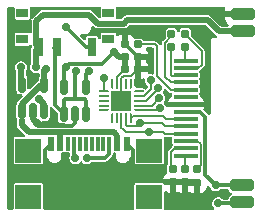
<source format=gbr>
%TF.GenerationSoftware,KiCad,Pcbnew,(6.0.9)*%
%TF.CreationDate,2023-01-31T14:44:07+01:00*%
%TF.ProjectId,keyring_beerclock,6b657972-696e-4675-9f62-656572636c6f,rev?*%
%TF.SameCoordinates,Original*%
%TF.FileFunction,Copper,L1,Top*%
%TF.FilePolarity,Positive*%
%FSLAX46Y46*%
G04 Gerber Fmt 4.6, Leading zero omitted, Abs format (unit mm)*
G04 Created by KiCad (PCBNEW (6.0.9)) date 2023-01-31 14:44:07*
%MOMM*%
%LPD*%
G01*
G04 APERTURE LIST*
G04 Aperture macros list*
%AMRoundRect*
0 Rectangle with rounded corners*
0 $1 Rounding radius*
0 $2 $3 $4 $5 $6 $7 $8 $9 X,Y pos of 4 corners*
0 Add a 4 corners polygon primitive as box body*
4,1,4,$2,$3,$4,$5,$6,$7,$8,$9,$2,$3,0*
0 Add four circle primitives for the rounded corners*
1,1,$1+$1,$2,$3*
1,1,$1+$1,$4,$5*
1,1,$1+$1,$6,$7*
1,1,$1+$1,$8,$9*
0 Add four rect primitives between the rounded corners*
20,1,$1+$1,$2,$3,$4,$5,0*
20,1,$1+$1,$4,$5,$6,$7,0*
20,1,$1+$1,$6,$7,$8,$9,0*
20,1,$1+$1,$8,$9,$2,$3,0*%
%AMFreePoly0*
4,1,14,0.085355,0.385355,0.100000,0.350000,0.100000,-0.350000,0.085355,-0.385355,0.050000,-0.400000,0.000711,-0.400000,-0.034644,-0.385355,-0.085355,-0.334644,-0.100000,-0.299289,-0.100000,0.350000,-0.085355,0.385355,-0.050000,0.400000,0.050000,0.400000,0.085355,0.385355,0.085355,0.385355,$1*%
%AMFreePoly1*
4,1,14,0.085355,0.385355,0.100000,0.350000,0.100000,-0.299289,0.085355,-0.334644,0.034644,-0.385355,-0.000711,-0.400000,-0.050000,-0.400000,-0.085355,-0.385355,-0.100000,-0.350000,-0.100000,0.350000,-0.085355,0.385355,-0.050000,0.400000,0.050000,0.400000,0.085355,0.385355,0.085355,0.385355,$1*%
%AMFreePoly2*
4,1,14,0.385355,0.085355,0.400000,0.050000,0.400000,-0.050000,0.385355,-0.085355,0.350000,-0.100000,-0.350000,-0.100000,-0.385355,-0.085355,-0.400000,-0.050000,-0.400000,-0.000711,-0.385355,0.034644,-0.334644,0.085355,-0.299289,0.100000,0.350000,0.100000,0.385355,0.085355,0.385355,0.085355,$1*%
%AMFreePoly3*
4,1,14,0.385355,0.085355,0.400000,0.050000,0.400000,-0.050000,0.385355,-0.085355,0.350000,-0.100000,-0.299289,-0.100000,-0.334644,-0.085355,-0.385355,-0.034644,-0.400000,0.000711,-0.400000,0.050000,-0.385355,0.085355,-0.350000,0.100000,0.350000,0.100000,0.385355,0.085355,0.385355,0.085355,$1*%
%AMFreePoly4*
4,1,14,0.034644,0.385355,0.085355,0.334644,0.100000,0.299289,0.100000,-0.350000,0.085355,-0.385355,0.050000,-0.400000,-0.050000,-0.400000,-0.085355,-0.385355,-0.100000,-0.350000,-0.100000,0.350000,-0.085355,0.385355,-0.050000,0.400000,-0.000711,0.400000,0.034644,0.385355,0.034644,0.385355,$1*%
%AMFreePoly5*
4,1,14,0.085355,0.385355,0.100000,0.350000,0.100000,-0.350000,0.085355,-0.385355,0.050000,-0.400000,-0.050000,-0.400000,-0.085355,-0.385355,-0.100000,-0.350000,-0.100000,0.299289,-0.085355,0.334644,-0.034644,0.385355,0.000711,0.400000,0.050000,0.400000,0.085355,0.385355,0.085355,0.385355,$1*%
%AMFreePoly6*
4,1,14,0.385355,0.085355,0.400000,0.050000,0.400000,0.000711,0.385355,-0.034644,0.334644,-0.085355,0.299289,-0.100000,-0.350000,-0.100000,-0.385355,-0.085355,-0.400000,-0.050000,-0.400000,0.050000,-0.385355,0.085355,-0.350000,0.100000,0.350000,0.100000,0.385355,0.085355,0.385355,0.085355,$1*%
%AMFreePoly7*
4,1,14,0.334644,0.085355,0.385355,0.034644,0.400000,-0.000711,0.400000,-0.050000,0.385355,-0.085355,0.350000,-0.100000,-0.350000,-0.100000,-0.385355,-0.085355,-0.400000,-0.050000,-0.400000,0.050000,-0.385355,0.085355,-0.350000,0.100000,0.299289,0.100000,0.334644,0.085355,0.334644,0.085355,$1*%
G04 Aperture macros list end*
%TA.AperFunction,SMDPad,CuDef*%
%ADD10R,0.700000X1.500000*%
%TD*%
%TA.AperFunction,SMDPad,CuDef*%
%ADD11R,1.000000X0.800000*%
%TD*%
%TA.AperFunction,SMDPad,CuDef*%
%ADD12R,1.700000X1.700000*%
%TD*%
%TA.AperFunction,SMDPad,CuDef*%
%ADD13FreePoly0,270.000000*%
%TD*%
%TA.AperFunction,SMDPad,CuDef*%
%ADD14RoundRect,0.050000X-0.350000X0.050000X-0.350000X-0.050000X0.350000X-0.050000X0.350000X0.050000X0*%
%TD*%
%TA.AperFunction,SMDPad,CuDef*%
%ADD15FreePoly1,270.000000*%
%TD*%
%TA.AperFunction,SMDPad,CuDef*%
%ADD16FreePoly2,270.000000*%
%TD*%
%TA.AperFunction,SMDPad,CuDef*%
%ADD17RoundRect,0.050000X-0.050000X0.350000X-0.050000X-0.350000X0.050000X-0.350000X0.050000X0.350000X0*%
%TD*%
%TA.AperFunction,SMDPad,CuDef*%
%ADD18FreePoly3,270.000000*%
%TD*%
%TA.AperFunction,SMDPad,CuDef*%
%ADD19FreePoly4,270.000000*%
%TD*%
%TA.AperFunction,SMDPad,CuDef*%
%ADD20FreePoly5,270.000000*%
%TD*%
%TA.AperFunction,SMDPad,CuDef*%
%ADD21FreePoly6,270.000000*%
%TD*%
%TA.AperFunction,SMDPad,CuDef*%
%ADD22FreePoly7,270.000000*%
%TD*%
%TA.AperFunction,SMDPad,CuDef*%
%ADD23RoundRect,0.150000X0.150000X-0.512500X0.150000X0.512500X-0.150000X0.512500X-0.150000X-0.512500X0*%
%TD*%
%TA.AperFunction,SMDPad,CuDef*%
%ADD24R,2.000000X0.350000*%
%TD*%
%TA.AperFunction,SMDPad,CuDef*%
%ADD25RoundRect,0.160000X-0.160000X0.197500X-0.160000X-0.197500X0.160000X-0.197500X0.160000X0.197500X0*%
%TD*%
%TA.AperFunction,SMDPad,CuDef*%
%ADD26R,2.180000X2.000000*%
%TD*%
%TA.AperFunction,SMDPad,CuDef*%
%ADD27R,0.300000X1.150000*%
%TD*%
%TA.AperFunction,SMDPad,CuDef*%
%ADD28R,0.600000X1.150000*%
%TD*%
%TA.AperFunction,SMDPad,CuDef*%
%ADD29RoundRect,0.250000X-0.750000X0.250000X-0.750000X-0.250000X0.750000X-0.250000X0.750000X0.250000X0*%
%TD*%
%TA.AperFunction,SMDPad,CuDef*%
%ADD30RoundRect,0.250000X0.750000X-0.250000X0.750000X0.250000X-0.750000X0.250000X-0.750000X-0.250000X0*%
%TD*%
%TA.AperFunction,SMDPad,CuDef*%
%ADD31RoundRect,0.155000X-0.212500X-0.155000X0.212500X-0.155000X0.212500X0.155000X-0.212500X0.155000X0*%
%TD*%
%TA.AperFunction,SMDPad,CuDef*%
%ADD32RoundRect,0.155000X0.212500X0.155000X-0.212500X0.155000X-0.212500X-0.155000X0.212500X-0.155000X0*%
%TD*%
%TA.AperFunction,SMDPad,CuDef*%
%ADD33RoundRect,0.155000X-0.155000X0.212500X-0.155000X-0.212500X0.155000X-0.212500X0.155000X0.212500X0*%
%TD*%
%TA.AperFunction,SMDPad,CuDef*%
%ADD34RoundRect,0.155000X0.155000X-0.212500X0.155000X0.212500X-0.155000X0.212500X-0.155000X-0.212500X0*%
%TD*%
%TA.AperFunction,ViaPad*%
%ADD35C,0.700000*%
%TD*%
%TA.AperFunction,Conductor*%
%ADD36C,0.300000*%
%TD*%
%TA.AperFunction,Conductor*%
%ADD37C,0.200000*%
%TD*%
%TA.AperFunction,Conductor*%
%ADD38C,0.500000*%
%TD*%
G04 APERTURE END LIST*
D10*
%TO.P,SW1,3,C*%
%TO.N,/BAT+*%
X142310000Y-106070000D03*
%TO.P,SW1,2,B*%
%TO.N,/PWR_IN*%
X143810000Y-106070000D03*
%TO.P,SW1,1,A*%
%TO.N,VCC*%
X146810000Y-106070000D03*
D11*
%TO.P,SW1,*%
%TO.N,*%
X148210000Y-105420000D03*
X140910000Y-103210000D03*
X148210000Y-103210000D03*
X140910000Y-105420000D03*
%TD*%
D12*
%TO.P,U4,21,GND*%
%TO.N,GND*%
X149308476Y-110640000D03*
D13*
%TO.P,U4,20,PA1*%
%TO.N,unconnected-(U4-Pad20)*%
X150758476Y-109840000D03*
D14*
%TO.P,U4,19,~{RESET}/PA0*%
%TO.N,UDPI*%
X150758476Y-110240000D03*
%TO.P,U4,18,PC3*%
%TO.N,BTN_LEFT*%
X150758476Y-110640000D03*
%TO.P,U4,17,PC2*%
%TO.N,BTN_MID*%
X150758476Y-111040000D03*
D15*
%TO.P,U4,16,PC1*%
%TO.N,BTN_RIGHT*%
X150758476Y-111440000D03*
D16*
%TO.P,U4,15,PC0*%
%TO.N,~{RES}*%
X150108476Y-112090000D03*
D17*
%TO.P,U4,14,PB0*%
%TO.N,SCL*%
X149708476Y-112090000D03*
%TO.P,U4,13,PB1*%
%TO.N,SDA*%
X149308476Y-112090000D03*
%TO.P,U4,12,PB2*%
%TO.N,unconnected-(U4-Pad12)*%
X148908476Y-112090000D03*
D18*
%TO.P,U4,11,PB3*%
%TO.N,unconnected-(U4-Pad11)*%
X148508476Y-112090000D03*
D19*
%TO.P,U4,10,PB4*%
%TO.N,unconnected-(U4-Pad10)*%
X147858476Y-111440000D03*
D14*
%TO.P,U4,9,PB5*%
%TO.N,unconnected-(U4-Pad9)*%
X147858476Y-111040000D03*
%TO.P,U4,8,PA7*%
%TO.N,unconnected-(U4-Pad8)*%
X147858476Y-110640000D03*
%TO.P,U4,7,PA6*%
%TO.N,unconnected-(U4-Pad7)*%
X147858476Y-110240000D03*
D20*
%TO.P,U4,6,PA5*%
%TO.N,SENSE*%
X147858476Y-109840000D03*
D21*
%TO.P,U4,5,PA4*%
%TO.N,unconnected-(U4-Pad5)*%
X148508476Y-109190000D03*
D17*
%TO.P,U4,4,VCC*%
%TO.N,+3V3*%
X148908476Y-109190000D03*
%TO.P,U4,3,GND*%
%TO.N,GND*%
X149308476Y-109190000D03*
%TO.P,U4,2,PA3*%
%TO.N,unconnected-(U4-Pad2)*%
X149708476Y-109190000D03*
D22*
%TO.P,U4,1,PA2*%
%TO.N,unconnected-(U4-Pad1)*%
X150108476Y-109190000D03*
%TD*%
D23*
%TO.P,U3,1,VIN*%
%TO.N,/PWR_IN*%
X144410000Y-111727500D03*
%TO.P,U3,2,GND*%
%TO.N,GND*%
X145360000Y-111727500D03*
%TO.P,U3,3,~{SHDN}*%
%TO.N,/PWR_IN*%
X146310000Y-111727500D03*
%TO.P,U3,4,Bypass*%
%TO.N,/bypass*%
X146310000Y-109452500D03*
%TO.P,U3,5,VOUT*%
%TO.N,+3V3*%
X144410000Y-109452500D03*
%TD*%
%TO.P,U2,1,CEN*%
%TO.N,/VBUS*%
X140870000Y-111527500D03*
%TO.P,U2,2,VSS*%
%TO.N,GND*%
X141820000Y-111527500D03*
%TO.P,U2,3,VBAT*%
%TO.N,/BAT+*%
X142770000Y-111527500D03*
%TO.P,U2,4,VDD*%
%TO.N,/VBUS*%
X142770000Y-109252500D03*
%TO.P,U2,5,PROG*%
%TO.N,/CRG_PROG*%
X140870000Y-109252500D03*
%TD*%
D24*
%TO.P,U1,1,C2P*%
%TO.N,/C2P*%
X154770000Y-107220000D03*
%TO.P,U1,2,C2N*%
%TO.N,/C2N*%
X154770000Y-107840000D03*
%TO.P,U1,3,C1P*%
%TO.N,/C1P*%
X154770000Y-108460000D03*
%TO.P,U1,4,C1N*%
%TO.N,/C1N*%
X154770000Y-109080000D03*
%TO.P,U1,5,VBAT*%
%TO.N,/VBAT*%
X154770000Y-109700000D03*
%TO.P,U1,6,NC*%
%TO.N,unconnected-(U1-Pad6)*%
X154770000Y-110320000D03*
%TO.P,U1,7,VSS*%
%TO.N,GND*%
X154770000Y-110940000D03*
%TO.P,U1,8,VDD*%
%TO.N,+3V3*%
X154770000Y-111560000D03*
%TO.P,U1,9,~{RES}*%
%TO.N,~{RES}*%
X154770000Y-112180000D03*
%TO.P,U1,10,SCL*%
%TO.N,SCL*%
X154770000Y-112800000D03*
%TO.P,U1,11,SDA*%
%TO.N,SDA*%
X154770000Y-113420000D03*
%TO.P,U1,12,IREF*%
%TO.N,/IREF*%
X154770000Y-114040000D03*
%TO.P,U1,13,VCOMM*%
%TO.N,/VCOMM*%
X154770000Y-114660000D03*
%TO.P,U1,14,VCC*%
%TO.N,/VCC_CAP*%
X154770000Y-115280000D03*
%TD*%
D25*
%TO.P,R2,1*%
%TO.N,/IREF*%
X155720000Y-116402500D03*
%TO.P,R2,2*%
%TO.N,GND*%
X155720000Y-117597500D03*
%TD*%
D26*
%TO.P,J8,S1,SHIELD*%
%TO.N,unconnected-(J8-PadS1)*%
X151645000Y-114850000D03*
X141425000Y-118750000D03*
X151645000Y-118750000D03*
X141425000Y-114850000D03*
D27*
%TO.P,J8,B8,SBU2*%
%TO.N,unconnected-(J8-PadB8)*%
X144785000Y-114280000D03*
%TO.P,J8,B7,D-*%
%TO.N,unconnected-(J8-PadB7)*%
X145785000Y-114280000D03*
%TO.P,J8,B6,D+*%
%TO.N,unconnected-(J8-PadB6)*%
X147285000Y-114280000D03*
%TO.P,J8,B5,CC2*%
%TO.N,/CC2*%
X148285000Y-114280000D03*
%TO.P,J8,A8,SBU1*%
%TO.N,unconnected-(J8-PadA8)*%
X147785000Y-114280000D03*
%TO.P,J8,A7,D-*%
%TO.N,unconnected-(J8-PadA7)*%
X146785000Y-114280000D03*
%TO.P,J8,A6,D+*%
%TO.N,unconnected-(J8-PadA6)*%
X146285000Y-114280000D03*
%TO.P,J8,A5,CC1*%
%TO.N,/CC1*%
X145285000Y-114280000D03*
D28*
%TO.P,J8,A4,VBUS*%
%TO.N,/VBUS*%
X144135000Y-114280000D03*
X148935000Y-114280000D03*
%TO.P,J8,A1,GND*%
%TO.N,GND*%
X149735000Y-114280000D03*
X143335000Y-114280000D03*
%TD*%
D29*
%TO.P,J7,1,Pin_1*%
%TO.N,/-Piezo*%
X159515000Y-119235000D03*
%TD*%
%TO.P,J6,1,Pin_1*%
%TO.N,+3V3*%
X159515000Y-117795000D03*
%TD*%
D30*
%TO.P,J2,1,Pin_1*%
%TO.N,GND*%
X159575000Y-103295000D03*
%TD*%
%TO.P,J1,1,Pin_1*%
%TO.N,/BAT+*%
X159565000Y-104755000D03*
%TD*%
D31*
%TO.P,C12,2*%
%TO.N,GND*%
X150717500Y-107950000D03*
%TO.P,C12,1*%
%TO.N,+3V3*%
X149582500Y-107950000D03*
%TD*%
%TO.P,C11,2*%
%TO.N,GND*%
X150707500Y-106950000D03*
%TO.P,C11,1*%
%TO.N,+3V3*%
X149572500Y-106950000D03*
%TD*%
D32*
%TO.P,C9,1*%
%TO.N,/VBAT*%
X150717500Y-105860000D03*
%TO.P,C9,2*%
%TO.N,GND*%
X149582500Y-105860000D03*
%TD*%
D33*
%TO.P,C6,1*%
%TO.N,/VCC_CAP*%
X154670000Y-116412500D03*
%TO.P,C6,2*%
%TO.N,GND*%
X154670000Y-117547500D03*
%TD*%
%TO.P,C5,1*%
%TO.N,/VCOMM*%
X153650000Y-116412500D03*
%TO.P,C5,2*%
%TO.N,GND*%
X153650000Y-117547500D03*
%TD*%
D34*
%TO.P,C2,1*%
%TO.N,/C1P*%
X153540000Y-106117500D03*
%TO.P,C2,2*%
%TO.N,/C1N*%
X153540000Y-104982500D03*
%TD*%
%TO.P,C1,1*%
%TO.N,/C2P*%
X154700000Y-106117500D03*
%TO.P,C1,2*%
%TO.N,/C2N*%
X154700000Y-104982500D03*
%TD*%
D35*
%TO.N,GND*%
X156500000Y-109700000D03*
X151700000Y-107300000D03*
X153500000Y-103000000D03*
X152400000Y-103000000D03*
X151300000Y-103000000D03*
%TO.N,/BAT+*%
X142058148Y-107786248D03*
%TO.N,/VBUS*%
X142900000Y-107900000D03*
%TO.N,/BAT+*%
X142350499Y-110488624D03*
%TO.N,/CRG_PROG*%
X140800000Y-107800000D03*
%TO.N,GND*%
X142182062Y-112519647D03*
X150300000Y-116900000D03*
X140700000Y-117000000D03*
X145000000Y-119300000D03*
%TO.N,+3V3*%
X148690249Y-106509751D03*
X144599500Y-107799750D03*
X157282868Y-117795000D03*
%TO.N,VCC*%
X144600000Y-104400000D03*
%TO.N,/bypass*%
X146564798Y-108149000D03*
%TO.N,/PWR_IN*%
X145500000Y-108149000D03*
%TO.N,/-Piezo*%
X157500000Y-119300000D03*
%TO.N,/CC2*%
X146390734Y-115490734D03*
%TO.N,/CC1*%
X145400000Y-115500000D03*
%TO.N,SENSE*%
X147800000Y-108700000D03*
%TO.N,BTN_RIGHT*%
X152605368Y-111242943D03*
%TO.N,BTN_MID*%
X152500000Y-110400000D03*
%TO.N,BTN_LEFT*%
X152399500Y-109556463D03*
%TO.N,UDPI*%
X151800000Y-108900000D03*
%TO.N,SCL*%
X150900000Y-112500000D03*
%TO.N,SDA*%
X151600000Y-113250498D03*
%TD*%
D36*
%TO.N,/PWR_IN*%
X144410000Y-111727500D02*
X144410000Y-110590000D01*
X143700000Y-111017500D02*
X144410000Y-111727500D01*
D37*
%TO.N,GND*%
X149308476Y-110640000D02*
X149308476Y-109190000D01*
D36*
%TO.N,/PWR_IN*%
X145400000Y-108249000D02*
X145500000Y-108149000D01*
X145400000Y-110500000D02*
X145400000Y-108249000D01*
X143700000Y-106180000D02*
X143810000Y-106070000D01*
X143700000Y-111017500D02*
X143700000Y-106180000D01*
%TO.N,GND*%
X143335000Y-114280000D02*
X142815000Y-114800000D01*
%TO.N,/PWR_IN*%
X145400000Y-110500000D02*
X144500000Y-110500000D01*
X146200000Y-110500000D02*
X145400000Y-110500000D01*
D38*
%TO.N,+3V3*%
X149130498Y-106950000D02*
X149572500Y-106950000D01*
X148690249Y-106509751D02*
X149130498Y-106950000D01*
D36*
X148690249Y-106509751D02*
X147700500Y-107499500D01*
X147700500Y-107499500D02*
X144899750Y-107499500D01*
X144899750Y-107499500D02*
X144599500Y-107799750D01*
D38*
%TO.N,/BAT+*%
X142058148Y-106321852D02*
X142310000Y-106070000D01*
X142058148Y-107786248D02*
X142058148Y-106321852D01*
D36*
%TO.N,/bypass*%
X146310000Y-108403798D02*
X146564798Y-108149000D01*
X146310000Y-109452500D02*
X146310000Y-108403798D01*
%TO.N,GND*%
X142417415Y-112755000D02*
X142182062Y-112519647D01*
X145145000Y-112755000D02*
X142417415Y-112755000D01*
X145360000Y-112540000D02*
X145145000Y-112755000D01*
X145360000Y-111727500D02*
X145360000Y-112540000D01*
%TO.N,/PWR_IN*%
X144500000Y-110500000D02*
X144410000Y-110590000D01*
X146310000Y-110610000D02*
X146200000Y-110500000D01*
X146310000Y-111727500D02*
X146310000Y-110610000D01*
D38*
X143810000Y-106070000D02*
X143710000Y-106170000D01*
D36*
%TO.N,+3V3*%
X144410000Y-107989250D02*
X144410000Y-109952500D01*
X144599500Y-107799750D02*
X144410000Y-107989250D01*
D38*
%TO.N,/VBUS*%
X142770000Y-108030000D02*
X142900000Y-107900000D01*
X142770000Y-109252500D02*
X142770000Y-108030000D01*
%TO.N,/BAT+*%
X142770000Y-110908125D02*
X142350499Y-110488624D01*
X142770000Y-111527500D02*
X142770000Y-110908125D01*
%TO.N,/VBUS*%
X142489238Y-109252500D02*
X142770000Y-109252500D01*
X140870000Y-110871738D02*
X142489238Y-109252500D01*
X140870000Y-111527500D02*
X140870000Y-110871738D01*
%TO.N,/CRG_PROG*%
X140800000Y-107800000D02*
X140800000Y-109182500D01*
X140800000Y-109182500D02*
X140870000Y-109252500D01*
%TO.N,GND*%
X141820000Y-112157585D02*
X142182062Y-112519647D01*
X141820000Y-111527500D02*
X141820000Y-112157585D01*
D36*
X150255000Y-114800000D02*
X150255000Y-115800000D01*
X149735000Y-114280000D02*
X150255000Y-114800000D01*
X142815000Y-114800000D02*
X142815000Y-115700000D01*
D38*
%TO.N,/VBUS*%
X144235000Y-113305000D02*
X148640000Y-113305000D01*
D36*
%TO.N,/CC1*%
X145285000Y-115385000D02*
X145285000Y-114280000D01*
X145400000Y-115500000D02*
X145285000Y-115385000D01*
%TO.N,/CC2*%
X146400000Y-115500000D02*
X147890000Y-115500000D01*
X148285000Y-115105000D02*
X148285000Y-114280000D01*
X146390734Y-115490734D02*
X146400000Y-115500000D01*
X147890000Y-115500000D02*
X148285000Y-115105000D01*
D38*
%TO.N,GND*%
X154670000Y-117547500D02*
X153650000Y-117547500D01*
X154720000Y-117597500D02*
X154670000Y-117547500D01*
X155720000Y-117597500D02*
X154720000Y-117597500D01*
D36*
X149617500Y-105860000D02*
X150707500Y-106950000D01*
X149582500Y-105860000D02*
X149617500Y-105860000D01*
D37*
X150127500Y-108540000D02*
X150717500Y-107950000D01*
X149487474Y-108540000D02*
X150127500Y-108540000D01*
X149308476Y-109190000D02*
X149308476Y-108718998D01*
X149308476Y-108718998D02*
X149487474Y-108540000D01*
D38*
X150707500Y-107940000D02*
X150717500Y-107950000D01*
X150707500Y-106950000D02*
X150707500Y-107940000D01*
%TO.N,+3V3*%
X149572500Y-107940000D02*
X149582500Y-107950000D01*
X149572500Y-106950000D02*
X149572500Y-107940000D01*
D37*
X148908476Y-108624024D02*
X149582500Y-107950000D01*
X148908476Y-109190000D02*
X148908476Y-108624024D01*
D36*
X157282868Y-117795000D02*
X159515000Y-117795000D01*
%TO.N,/-Piezo*%
X159450000Y-119300000D02*
X159515000Y-119235000D01*
X157500000Y-119300000D02*
X159450000Y-119300000D01*
%TO.N,+3V3*%
X155960000Y-111560000D02*
X154770000Y-111560000D01*
X156420000Y-112020000D02*
X155960000Y-111560000D01*
X156420000Y-116932132D02*
X156420000Y-112020000D01*
X157282868Y-117795000D02*
X156420000Y-116932132D01*
%TO.N,VCC*%
X146270000Y-106070000D02*
X144600000Y-104400000D01*
X146810000Y-106070000D02*
X146270000Y-106070000D01*
D37*
%TO.N,SENSE*%
X147858476Y-108758476D02*
X147858476Y-109840000D01*
X147800000Y-108700000D02*
X147858476Y-108758476D01*
D38*
%TO.N,/BAT+*%
X157555000Y-104755000D02*
X159565000Y-104755000D01*
X156600000Y-103800000D02*
X157555000Y-104755000D01*
X149800000Y-103800000D02*
X156600000Y-103800000D01*
X149500000Y-104100000D02*
X149800000Y-103800000D01*
X147300000Y-104100000D02*
X149500000Y-104100000D01*
X146559999Y-103359999D02*
X147300000Y-104100000D01*
X142666496Y-103359999D02*
X146559999Y-103359999D01*
X142109999Y-103916496D02*
X142666496Y-103359999D01*
X142109999Y-105869999D02*
X142109999Y-103916496D01*
X142310000Y-106070000D02*
X142109999Y-105869999D01*
%TO.N,/VBUS*%
X140870000Y-112227500D02*
X140870000Y-112717817D01*
X140870000Y-112717817D02*
X141457183Y-113305000D01*
X141457183Y-113305000D02*
X144235000Y-113305000D01*
X148935000Y-113600000D02*
X148935000Y-114280000D01*
X144135000Y-113405000D02*
X144235000Y-113305000D01*
X144135000Y-114280000D02*
X144135000Y-113405000D01*
X148640000Y-113305000D02*
X148935000Y-113600000D01*
D37*
%TO.N,/C1N*%
X153480000Y-109080000D02*
X154770000Y-109080000D01*
X152980000Y-108580000D02*
X153480000Y-109080000D01*
X152980000Y-105737244D02*
X152980000Y-108580000D01*
X153540000Y-104982500D02*
X153540000Y-105177244D01*
X153540000Y-105177244D02*
X152980000Y-105737244D01*
%TO.N,/C1P*%
X154730000Y-108500000D02*
X154770000Y-108460000D01*
X153520000Y-108420000D02*
X153600000Y-108500000D01*
X153520000Y-106760000D02*
X153520000Y-108420000D01*
X153540000Y-106740000D02*
X153520000Y-106760000D01*
X153600000Y-108500000D02*
X154730000Y-108500000D01*
X153540000Y-106117500D02*
X153540000Y-106740000D01*
%TO.N,/C2N*%
X155825000Y-107840000D02*
X154770000Y-107840000D01*
X156100000Y-106400000D02*
X156100000Y-107565000D01*
X154700000Y-104982500D02*
X154700000Y-105000000D01*
X154700000Y-105000000D02*
X156100000Y-106400000D01*
X156100000Y-107565000D02*
X155825000Y-107840000D01*
%TO.N,/C2P*%
X154700000Y-106117500D02*
X154700000Y-107150000D01*
X154700000Y-107150000D02*
X154770000Y-107220000D01*
%TO.N,/VBAT*%
X153500000Y-109700000D02*
X154770000Y-109700000D01*
X152300000Y-108500000D02*
X153500000Y-109700000D01*
X152160000Y-105860000D02*
X152300000Y-106000000D01*
X150717500Y-105860000D02*
X152160000Y-105860000D01*
X152300000Y-106000000D02*
X152300000Y-108500000D01*
%TO.N,UDPI*%
X151182740Y-110240000D02*
X150758476Y-110240000D01*
X151800000Y-109622740D02*
X151182740Y-110240000D01*
X151800000Y-108900000D02*
X151800000Y-109622740D01*
%TO.N,BTN_LEFT*%
X152400000Y-109600000D02*
X151360000Y-110640000D01*
X152400000Y-109556963D02*
X152400000Y-109600000D01*
X152399500Y-109556463D02*
X152400000Y-109556963D01*
X151360000Y-110640000D02*
X150758476Y-110640000D01*
%TO.N,BTN_RIGHT*%
X152408311Y-111440000D02*
X152605368Y-111242943D01*
X150758476Y-111440000D02*
X152408311Y-111440000D01*
%TO.N,BTN_MID*%
X151860000Y-111040000D02*
X152500000Y-110400000D01*
X150758476Y-111040000D02*
X151860000Y-111040000D01*
%TO.N,/VCOMM*%
X153840000Y-114660000D02*
X154770000Y-114660000D01*
X153520000Y-114980000D02*
X153840000Y-114660000D01*
X153650000Y-116412500D02*
X153520000Y-116282500D01*
X153520000Y-116282500D02*
X153520000Y-114980000D01*
%TO.N,/VCC_CAP*%
X154670000Y-115380000D02*
X154770000Y-115280000D01*
X154670000Y-116412500D02*
X154670000Y-115380000D01*
%TO.N,/IREF*%
X155740000Y-114040000D02*
X154770000Y-114040000D01*
X156020000Y-114320000D02*
X155740000Y-114040000D01*
X156020000Y-116102500D02*
X156020000Y-114320000D01*
X155720000Y-116402500D02*
X156020000Y-116102500D01*
%TO.N,SCL*%
X149800000Y-112800000D02*
X149708476Y-112708476D01*
X149708476Y-112708476D02*
X149708476Y-112090000D01*
X150900000Y-112500000D02*
X150600000Y-112800000D01*
X150600000Y-112800000D02*
X149800000Y-112800000D01*
%TO.N,~{RES}*%
X153080000Y-112180000D02*
X154770000Y-112180000D01*
X152800000Y-111900000D02*
X153080000Y-112180000D01*
X150298476Y-111900000D02*
X152800000Y-111900000D01*
X150108476Y-112090000D02*
X150298476Y-111900000D01*
%TO.N,SCL*%
X153000000Y-112800000D02*
X154770000Y-112800000D01*
X152700000Y-112500000D02*
X153000000Y-112800000D01*
X150900000Y-112500000D02*
X152700000Y-112500000D01*
%TO.N,SDA*%
X152850498Y-113250498D02*
X153020000Y-113420000D01*
X151600000Y-113250498D02*
X152850498Y-113250498D01*
X153020000Y-113420000D02*
X154770000Y-113420000D01*
X149650498Y-113250498D02*
X151600000Y-113250498D01*
X149400000Y-113000000D02*
X149650498Y-113250498D01*
X149308476Y-112908476D02*
X149400000Y-113000000D01*
X149308476Y-112090000D02*
X149308476Y-112908476D01*
%TD*%
%TA.AperFunction,Conductor*%
%TO.N,GND*%
G36*
X140203461Y-102670502D02*
G01*
X140249954Y-102724158D01*
X140260733Y-102788851D01*
X140260708Y-102789110D01*
X140259500Y-102795180D01*
X140259500Y-103624820D01*
X140268233Y-103668722D01*
X140275127Y-103679040D01*
X140275128Y-103679042D01*
X140286874Y-103696621D01*
X140301496Y-103718504D01*
X140311815Y-103725399D01*
X140340958Y-103744872D01*
X140340960Y-103744873D01*
X140351278Y-103751767D01*
X140395180Y-103760500D01*
X141424820Y-103760500D01*
X141468722Y-103751767D01*
X141518184Y-103718718D01*
X141585936Y-103697504D01*
X141649371Y-103714908D01*
X141598683Y-103688160D01*
X141563774Y-103626339D01*
X141560500Y-103597804D01*
X141560500Y-102795180D01*
X141559292Y-102789110D01*
X141559267Y-102788851D01*
X141572495Y-102719098D01*
X141621335Y-102667569D01*
X141684660Y-102650500D01*
X147435340Y-102650500D01*
X147503461Y-102670502D01*
X147549954Y-102724158D01*
X147560733Y-102788851D01*
X147560708Y-102789110D01*
X147559500Y-102795180D01*
X147559500Y-103488917D01*
X147539498Y-103557038D01*
X147485842Y-103603531D01*
X147415568Y-103613635D01*
X147350988Y-103584141D01*
X147344404Y-103578012D01*
X146820908Y-103054515D01*
X146820894Y-103054502D01*
X146798341Y-103031949D01*
X146782861Y-103024062D01*
X146778744Y-103021964D01*
X146761892Y-103011638D01*
X146744089Y-102998703D01*
X146723165Y-102991904D01*
X146704905Y-102984340D01*
X146694140Y-102978855D01*
X146694136Y-102978854D01*
X146685303Y-102974353D01*
X146675512Y-102972802D01*
X146675511Y-102972802D01*
X146663577Y-102970912D01*
X146644352Y-102966296D01*
X146632867Y-102962564D01*
X146632863Y-102962563D01*
X146623432Y-102959499D01*
X142603063Y-102959499D01*
X142593632Y-102962563D01*
X142593628Y-102962564D01*
X142582143Y-102966296D01*
X142562918Y-102970912D01*
X142550984Y-102972802D01*
X142550983Y-102972802D01*
X142541192Y-102974353D01*
X142532359Y-102978854D01*
X142532355Y-102978855D01*
X142521588Y-102984341D01*
X142503328Y-102991905D01*
X142482407Y-102998703D01*
X142474384Y-103004532D01*
X142464609Y-103011634D01*
X142447754Y-103021962D01*
X142436995Y-103027444D01*
X142436993Y-103027445D01*
X142428154Y-103031949D01*
X142405591Y-103054512D01*
X142405587Y-103054515D01*
X141804515Y-103655587D01*
X141804512Y-103655591D01*
X141781949Y-103678154D01*
X141781223Y-103677428D01*
X141732210Y-103715220D01*
X141661474Y-103721294D01*
X141656580Y-103718711D01*
X141701846Y-103769106D01*
X141712633Y-103843195D01*
X141712564Y-103843630D01*
X141709499Y-103853063D01*
X141709499Y-104803386D01*
X141689497Y-104871507D01*
X141635841Y-104918000D01*
X141565567Y-104928104D01*
X141513501Y-104908153D01*
X141468722Y-104878233D01*
X141424820Y-104869500D01*
X140395180Y-104869500D01*
X140351278Y-104878233D01*
X140340960Y-104885127D01*
X140340958Y-104885128D01*
X140323993Y-104896464D01*
X140301496Y-104911496D01*
X140294601Y-104921815D01*
X140275128Y-104950958D01*
X140275127Y-104950960D01*
X140268233Y-104961278D01*
X140259500Y-105005180D01*
X140259500Y-105834820D01*
X140268233Y-105878722D01*
X140275127Y-105889040D01*
X140275128Y-105889042D01*
X140283875Y-105902132D01*
X140301496Y-105928504D01*
X140311815Y-105935399D01*
X140340958Y-105954872D01*
X140340960Y-105954873D01*
X140351278Y-105961767D01*
X140395180Y-105970500D01*
X141424820Y-105970500D01*
X141468722Y-105961767D01*
X141479040Y-105954873D01*
X141479042Y-105954872D01*
X141508185Y-105935399D01*
X141518504Y-105928504D01*
X141519235Y-105927411D01*
X141574803Y-105897067D01*
X141645618Y-105902132D01*
X141702454Y-105944679D01*
X141721421Y-105981257D01*
X141722801Y-105985506D01*
X141724353Y-105995303D01*
X141728854Y-106004136D01*
X141728960Y-106004463D01*
X141730984Y-106075431D01*
X141721399Y-106100582D01*
X141720120Y-106103093D01*
X141709787Y-106119959D01*
X141696852Y-106137762D01*
X141690055Y-106158682D01*
X141682489Y-106176946D01*
X141677004Y-106187711D01*
X141677003Y-106187715D01*
X141672502Y-106196548D01*
X141670951Y-106206339D01*
X141670951Y-106206340D01*
X141669061Y-106218274D01*
X141664445Y-106237499D01*
X141660713Y-106248984D01*
X141660712Y-106248988D01*
X141657648Y-106258419D01*
X141657648Y-107439592D01*
X141637755Y-107506110D01*
X141635525Y-107508636D01*
X141574595Y-107638411D01*
X141552539Y-107780071D01*
X141550069Y-107779686D01*
X141548410Y-107785088D01*
X141554421Y-107796584D01*
X141555773Y-107804803D01*
X141571128Y-107922227D01*
X141628868Y-108053451D01*
X141634645Y-108060324D01*
X141634646Y-108060325D01*
X141710353Y-108150390D01*
X141721118Y-108163196D01*
X141728595Y-108168173D01*
X141808702Y-108221497D01*
X141840461Y-108242638D01*
X141977305Y-108285390D01*
X141986277Y-108285554D01*
X141986280Y-108285555D01*
X142051611Y-108286752D01*
X142120647Y-108288018D01*
X142129681Y-108285555D01*
X142210358Y-108263560D01*
X142281341Y-108264940D01*
X142340310Y-108304477D01*
X142368542Y-108369619D01*
X142369500Y-108385123D01*
X142369500Y-108536739D01*
X142358740Y-108587687D01*
X142326544Y-108660513D01*
X142322494Y-108669673D01*
X142319500Y-108695354D01*
X142319500Y-108812323D01*
X142299498Y-108880444D01*
X142267564Y-108914257D01*
X142259731Y-108919948D01*
X142250896Y-108924450D01*
X142228329Y-108947017D01*
X141535595Y-109639750D01*
X141473283Y-109673776D01*
X141402468Y-109668711D01*
X141345632Y-109626164D01*
X141320821Y-109559644D01*
X141320500Y-109550655D01*
X141320500Y-108695354D01*
X141317382Y-108669154D01*
X141309378Y-108651133D01*
X141276663Y-108577482D01*
X141271939Y-108566847D01*
X141257230Y-108552163D01*
X141237482Y-108532450D01*
X141203403Y-108470168D01*
X141200500Y-108443277D01*
X141200500Y-108146724D01*
X141219946Y-108083116D01*
X141219200Y-108082754D01*
X141220311Y-108080461D01*
X141258730Y-108001163D01*
X141277795Y-107961814D01*
X141277795Y-107961813D01*
X141281710Y-107953733D01*
X141305496Y-107812354D01*
X141305532Y-107809398D01*
X141308372Y-107802184D01*
X141306660Y-107799446D01*
X141303254Y-107783291D01*
X141286596Y-107666968D01*
X141286595Y-107666965D01*
X141285323Y-107658082D01*
X141225984Y-107527572D01*
X141176763Y-107470448D01*
X141138260Y-107425763D01*
X141138257Y-107425760D01*
X141132400Y-107418963D01*
X141012095Y-107340985D01*
X140874739Y-107299907D01*
X140865763Y-107299852D01*
X140865762Y-107299852D01*
X140805555Y-107299484D01*
X140731376Y-107299031D01*
X140593529Y-107338428D01*
X140472280Y-107414930D01*
X140466338Y-107421658D01*
X140466337Y-107421659D01*
X140451527Y-107438428D01*
X140377377Y-107522388D01*
X140316447Y-107652163D01*
X140314151Y-107666912D01*
X140296031Y-107783291D01*
X140294391Y-107793823D01*
X140295555Y-107802725D01*
X140295555Y-107802728D01*
X140301306Y-107846707D01*
X140312980Y-107935979D01*
X140370720Y-108067203D01*
X140376495Y-108074073D01*
X140380471Y-108080461D01*
X140399500Y-108147043D01*
X140399500Y-109245933D01*
X140402564Y-109255364D01*
X140402565Y-109255368D01*
X140406297Y-109266853D01*
X140410913Y-109286078D01*
X140414354Y-109307804D01*
X140414749Y-109308579D01*
X140419500Y-109338579D01*
X140419500Y-109809646D01*
X140422618Y-109835846D01*
X140426456Y-109844486D01*
X140426456Y-109844487D01*
X140445559Y-109887493D01*
X140468061Y-109938153D01*
X140476294Y-109946372D01*
X140476295Y-109946373D01*
X140482921Y-109952987D01*
X140547287Y-110017241D01*
X140557924Y-110021944D01*
X140557926Y-110021945D01*
X140588196Y-110035327D01*
X140649673Y-110062506D01*
X140675354Y-110065500D01*
X140805655Y-110065500D01*
X140873776Y-110085502D01*
X140920269Y-110139158D01*
X140930373Y-110209432D01*
X140900879Y-110274012D01*
X140894750Y-110280595D01*
X140564516Y-110610829D01*
X140564513Y-110610833D01*
X140541950Y-110633396D01*
X140534818Y-110647394D01*
X140531965Y-110652993D01*
X140521639Y-110669845D01*
X140508704Y-110687648D01*
X140503534Y-110703561D01*
X140501907Y-110708568D01*
X140494341Y-110726832D01*
X140488856Y-110737597D01*
X140488855Y-110737601D01*
X140484354Y-110746434D01*
X140482803Y-110756225D01*
X140482803Y-110756226D01*
X140480913Y-110768160D01*
X140476297Y-110787385D01*
X140472565Y-110798870D01*
X140472564Y-110798874D01*
X140469500Y-110808305D01*
X140469500Y-110818223D01*
X140467949Y-110828016D01*
X140466123Y-110827727D01*
X140458740Y-110862687D01*
X140431661Y-110923939D01*
X140422494Y-110944673D01*
X140419500Y-110970354D01*
X140419500Y-112084646D01*
X140422618Y-112110846D01*
X140426456Y-112119486D01*
X140426456Y-112119487D01*
X140458651Y-112191968D01*
X140469500Y-112243116D01*
X140469500Y-112781250D01*
X140472564Y-112790681D01*
X140472565Y-112790685D01*
X140476297Y-112802170D01*
X140480913Y-112821395D01*
X140484354Y-112843121D01*
X140488855Y-112851954D01*
X140488856Y-112851958D01*
X140494341Y-112862723D01*
X140501905Y-112880983D01*
X140508704Y-112901907D01*
X140521639Y-112919710D01*
X140531965Y-112936562D01*
X140541950Y-112956159D01*
X140564503Y-112978712D01*
X140564516Y-112978726D01*
X141070195Y-113484404D01*
X141104220Y-113546717D01*
X141099156Y-113617532D01*
X141056609Y-113674368D01*
X140990089Y-113699179D01*
X140981100Y-113699500D01*
X140320180Y-113699500D01*
X140276278Y-113708233D01*
X140265960Y-113715127D01*
X140265958Y-113715128D01*
X140243701Y-113730000D01*
X140226496Y-113741496D01*
X140219601Y-113751815D01*
X140200128Y-113780958D01*
X140200127Y-113780960D01*
X140193233Y-113791278D01*
X140184500Y-113835180D01*
X140184500Y-115864820D01*
X140193233Y-115908722D01*
X140200127Y-115919040D01*
X140200128Y-115919042D01*
X140216801Y-115943994D01*
X140226496Y-115958504D01*
X140236815Y-115965399D01*
X140265958Y-115984872D01*
X140265960Y-115984873D01*
X140276278Y-115991767D01*
X140320180Y-116000500D01*
X142529820Y-116000500D01*
X142573722Y-115991767D01*
X142584040Y-115984873D01*
X142584042Y-115984872D01*
X142613185Y-115965399D01*
X142623504Y-115958504D01*
X142633199Y-115943994D01*
X142649872Y-115919042D01*
X142649873Y-115919040D01*
X142656767Y-115908722D01*
X142665500Y-115864820D01*
X142665500Y-115440846D01*
X142685502Y-115372725D01*
X142739158Y-115326232D01*
X142809432Y-115316128D01*
X142835729Y-115322864D01*
X142917391Y-115353478D01*
X142932650Y-115357106D01*
X142968999Y-115361054D01*
X143034562Y-115388295D01*
X143074989Y-115446658D01*
X143080315Y-115469869D01*
X143084313Y-115500236D01*
X143142302Y-115640233D01*
X143234549Y-115760451D01*
X143354767Y-115852698D01*
X143494764Y-115910687D01*
X143502952Y-115911765D01*
X143558227Y-115919042D01*
X143607280Y-115925500D01*
X143682720Y-115925500D01*
X143731774Y-115919042D01*
X143787048Y-115911765D01*
X143795236Y-115910687D01*
X143935233Y-115852698D01*
X144055451Y-115760451D01*
X144147698Y-115640233D01*
X144205687Y-115500236D01*
X144225466Y-115350000D01*
X144212768Y-115253552D01*
X144206765Y-115207952D01*
X144205687Y-115199764D01*
X144202527Y-115192136D01*
X144202526Y-115192131D01*
X144197384Y-115179717D01*
X144189795Y-115109127D01*
X144221575Y-115045640D01*
X144282634Y-115009413D01*
X144313793Y-115005500D01*
X144449820Y-115005500D01*
X144493722Y-114996767D01*
X144494599Y-114996181D01*
X144557370Y-114989432D01*
X144571517Y-114993586D01*
X144576278Y-114996767D01*
X144620180Y-115005500D01*
X144858500Y-115005500D01*
X144926621Y-115025502D01*
X144973114Y-115079158D01*
X144984500Y-115131500D01*
X144984500Y-115179109D01*
X144972555Y-115232658D01*
X144916447Y-115352163D01*
X144907210Y-115411490D01*
X144898121Y-115469869D01*
X144894391Y-115493823D01*
X144912980Y-115635979D01*
X144970720Y-115767203D01*
X144976497Y-115774076D01*
X144976498Y-115774077D01*
X145042586Y-115852698D01*
X145062970Y-115876948D01*
X145090822Y-115895488D01*
X145172418Y-115949803D01*
X145182313Y-115956390D01*
X145319157Y-115999142D01*
X145328129Y-115999306D01*
X145328132Y-115999307D01*
X145393228Y-116000500D01*
X145462499Y-116001770D01*
X145471533Y-115999307D01*
X145592158Y-115966421D01*
X145592160Y-115966420D01*
X145600817Y-115964060D01*
X145722991Y-115889045D01*
X145729012Y-115882393D01*
X145729018Y-115882388D01*
X145806847Y-115796403D01*
X145867390Y-115759322D01*
X145938370Y-115760859D01*
X145996713Y-115799883D01*
X146047924Y-115860806D01*
X146053704Y-115867682D01*
X146173047Y-115947124D01*
X146181622Y-115949803D01*
X146191570Y-115952911D01*
X146309891Y-115989876D01*
X146318863Y-115990040D01*
X146318866Y-115990041D01*
X146384197Y-115991238D01*
X146453233Y-115992504D01*
X146462267Y-115990041D01*
X146582892Y-115957155D01*
X146582894Y-115957154D01*
X146591551Y-115954794D01*
X146713725Y-115879779D01*
X146721774Y-115870887D01*
X146747970Y-115841946D01*
X146808513Y-115804864D01*
X146841386Y-115800500D01*
X147837634Y-115800500D01*
X147840307Y-115800696D01*
X147845342Y-115802425D01*
X147856964Y-115801989D01*
X147856966Y-115801989D01*
X147894255Y-115800589D01*
X147898981Y-115800500D01*
X147917948Y-115800500D01*
X147922683Y-115799618D01*
X147926209Y-115799390D01*
X147929949Y-115799249D01*
X147957208Y-115798226D01*
X147967893Y-115793636D01*
X147972493Y-115792599D01*
X147984214Y-115789038D01*
X147988617Y-115787339D01*
X148000053Y-115785209D01*
X148021041Y-115772272D01*
X148037411Y-115763769D01*
X148051888Y-115757549D01*
X148051892Y-115757547D01*
X148060063Y-115754036D01*
X148064949Y-115750022D01*
X148067134Y-115747837D01*
X148069397Y-115745785D01*
X148069542Y-115745945D01*
X148078549Y-115738825D01*
X148085444Y-115732573D01*
X148095348Y-115726468D01*
X148111906Y-115704693D01*
X148123107Y-115691864D01*
X148460460Y-115354512D01*
X148462486Y-115352763D01*
X148467269Y-115350425D01*
X148500585Y-115314510D01*
X148503841Y-115311131D01*
X148517248Y-115297724D01*
X148519978Y-115293745D01*
X148522286Y-115291116D01*
X148543401Y-115268354D01*
X148547712Y-115257547D01*
X148550238Y-115253552D01*
X148556001Y-115242758D01*
X148557912Y-115238446D01*
X148564492Y-115228854D01*
X148570183Y-115204873D01*
X148575748Y-115187276D01*
X148581588Y-115172638D01*
X148581589Y-115172635D01*
X148584883Y-115164378D01*
X148585500Y-115158085D01*
X148585500Y-115155006D01*
X148585650Y-115151933D01*
X148585866Y-115151944D01*
X148587198Y-115140569D01*
X148587653Y-115131256D01*
X148590340Y-115119934D01*
X148590194Y-115118864D01*
X148611247Y-115058284D01*
X148667110Y-115014467D01*
X148713792Y-115005500D01*
X148756207Y-115005500D01*
X148824328Y-115025502D01*
X148870821Y-115079158D01*
X148880925Y-115149432D01*
X148872616Y-115179717D01*
X148867474Y-115192131D01*
X148867473Y-115192136D01*
X148864313Y-115199764D01*
X148863235Y-115207952D01*
X148857232Y-115253552D01*
X148844534Y-115350000D01*
X148864313Y-115500236D01*
X148922302Y-115640233D01*
X149014549Y-115760451D01*
X149134767Y-115852698D01*
X149274764Y-115910687D01*
X149282952Y-115911765D01*
X149338227Y-115919042D01*
X149387280Y-115925500D01*
X149462720Y-115925500D01*
X149511774Y-115919042D01*
X149567048Y-115911765D01*
X149575236Y-115910687D01*
X149715233Y-115852698D01*
X149835451Y-115760451D01*
X149927698Y-115640233D01*
X149985687Y-115500236D01*
X149989685Y-115469869D01*
X150018408Y-115404942D01*
X150077673Y-115365851D01*
X150101002Y-115361053D01*
X150137352Y-115357105D01*
X150152607Y-115353478D01*
X150234271Y-115322864D01*
X150305078Y-115317681D01*
X150367447Y-115351602D01*
X150401576Y-115413858D01*
X150404500Y-115440846D01*
X150404500Y-115864820D01*
X150413233Y-115908722D01*
X150420127Y-115919040D01*
X150420128Y-115919042D01*
X150436801Y-115943994D01*
X150446496Y-115958504D01*
X150456815Y-115965399D01*
X150485958Y-115984872D01*
X150485960Y-115984873D01*
X150496278Y-115991767D01*
X150540180Y-116000500D01*
X152749820Y-116000500D01*
X152793722Y-115991767D01*
X152804040Y-115984873D01*
X152804042Y-115984872D01*
X152833185Y-115965399D01*
X152843504Y-115958504D01*
X152853199Y-115943994D01*
X152869872Y-115919042D01*
X152869873Y-115919040D01*
X152876767Y-115908722D01*
X152885500Y-115864820D01*
X152885500Y-113835180D01*
X152883191Y-113823573D01*
X152889516Y-113752859D01*
X152933069Y-113696790D01*
X153006769Y-113672987D01*
X153007829Y-113672987D01*
X153020000Y-113675408D01*
X153032171Y-113672987D01*
X153032172Y-113672987D01*
X153032504Y-113672921D01*
X153057085Y-113670500D01*
X153501709Y-113670500D01*
X153569830Y-113690502D01*
X153616323Y-113744158D01*
X153625288Y-113821082D01*
X153619500Y-113850180D01*
X153619500Y-114229820D01*
X153628233Y-114273722D01*
X153635128Y-114284042D01*
X153639876Y-114295503D01*
X153637580Y-114296454D01*
X153653642Y-114347753D01*
X153637294Y-114403428D01*
X153639876Y-114404497D01*
X153635128Y-114415958D01*
X153628233Y-114426278D01*
X153619500Y-114470180D01*
X153619500Y-114476367D01*
X153618893Y-114482530D01*
X153617063Y-114482350D01*
X153599498Y-114542171D01*
X153582595Y-114563145D01*
X153369098Y-114776642D01*
X153350005Y-114792312D01*
X153349716Y-114792505D01*
X153349714Y-114792507D01*
X153339399Y-114799399D01*
X153332507Y-114809714D01*
X153332505Y-114809716D01*
X153312988Y-114838926D01*
X153312987Y-114838928D01*
X153290927Y-114871942D01*
X153290926Y-114871945D01*
X153284034Y-114882259D01*
X153264592Y-114980000D01*
X153267013Y-114992171D01*
X153267013Y-114992172D01*
X153267079Y-114992504D01*
X153269500Y-115017085D01*
X153269500Y-115943994D01*
X153247464Y-116015180D01*
X153246778Y-116016181D01*
X153238561Y-116024413D01*
X153192544Y-116128502D01*
X153189500Y-116154610D01*
X153189500Y-116670390D01*
X153188538Y-116670390D01*
X153173537Y-116735491D01*
X153128971Y-116781527D01*
X153089402Y-116805491D01*
X153077527Y-116814803D01*
X152974803Y-116917527D01*
X152965496Y-116929396D01*
X152890235Y-117053666D01*
X152884029Y-117067411D01*
X152840315Y-117206904D01*
X152837702Y-117219954D01*
X152832463Y-117276962D01*
X152836475Y-117290624D01*
X152837865Y-117291829D01*
X152845548Y-117293500D01*
X155431095Y-117293500D01*
X155499216Y-117313502D01*
X155513607Y-117324275D01*
X155533865Y-117341829D01*
X155541548Y-117343500D01*
X155848000Y-117343500D01*
X155916121Y-117363502D01*
X155962614Y-117417158D01*
X155974000Y-117469500D01*
X155974000Y-118441153D01*
X155978271Y-118455698D01*
X155990404Y-118457761D01*
X155995973Y-118457249D01*
X156009006Y-118454639D01*
X156149661Y-118410561D01*
X156163406Y-118404355D01*
X156288711Y-118328467D01*
X156300580Y-118319160D01*
X156404160Y-118215580D01*
X156413467Y-118203711D01*
X156489355Y-118078406D01*
X156495561Y-118064661D01*
X156539637Y-117924011D01*
X156543562Y-117904414D01*
X156544822Y-117904666D01*
X156568372Y-117845214D01*
X156626054Y-117803822D01*
X156696958Y-117800185D01*
X156758571Y-117835460D01*
X156791333Y-117898445D01*
X156792634Y-117906401D01*
X156795848Y-117930979D01*
X156853588Y-118062203D01*
X156945838Y-118171948D01*
X157065181Y-118251390D01*
X157202025Y-118294142D01*
X157210997Y-118294306D01*
X157211000Y-118294307D01*
X157276331Y-118295504D01*
X157345367Y-118296770D01*
X157354401Y-118294307D01*
X157475026Y-118261421D01*
X157475028Y-118261420D01*
X157483685Y-118259060D01*
X157605859Y-118184045D01*
X157611885Y-118177388D01*
X157648491Y-118136946D01*
X157709034Y-118099864D01*
X157741907Y-118095500D01*
X158265135Y-118095500D01*
X158333256Y-118115502D01*
X158379044Y-118168344D01*
X158379354Y-118170304D01*
X158436950Y-118283342D01*
X158526658Y-118373050D01*
X158535491Y-118377550D01*
X158535490Y-118377550D01*
X158584914Y-118402733D01*
X158636529Y-118451481D01*
X158653595Y-118520396D01*
X158630694Y-118587598D01*
X158584914Y-118627267D01*
X158526658Y-118656950D01*
X158436950Y-118746658D01*
X158379354Y-118859696D01*
X158377803Y-118869487D01*
X158377803Y-118869488D01*
X158374046Y-118893210D01*
X158343634Y-118957363D01*
X158283366Y-118994890D01*
X158249597Y-118999500D01*
X157959549Y-118999500D01*
X157891428Y-118979498D01*
X157864096Y-118955748D01*
X157838259Y-118925763D01*
X157832400Y-118918963D01*
X157712095Y-118840985D01*
X157574739Y-118799907D01*
X157565763Y-118799852D01*
X157565762Y-118799852D01*
X157505555Y-118799484D01*
X157431376Y-118799031D01*
X157293529Y-118838428D01*
X157172280Y-118914930D01*
X157077377Y-119022388D01*
X157016447Y-119152163D01*
X156994391Y-119293823D01*
X157012980Y-119435979D01*
X157070720Y-119567203D01*
X157076499Y-119574078D01*
X157133950Y-119642425D01*
X157162471Y-119707441D01*
X157151315Y-119777555D01*
X157104022Y-119830508D01*
X157037499Y-119849500D01*
X153011500Y-119849500D01*
X152943379Y-119829498D01*
X152896886Y-119775842D01*
X152885500Y-119723500D01*
X152885500Y-118388541D01*
X152905502Y-118320420D01*
X152959158Y-118273927D01*
X153029432Y-118263823D01*
X153082369Y-118286447D01*
X153082900Y-118285570D01*
X153089096Y-118289323D01*
X153089247Y-118289387D01*
X153089398Y-118289505D01*
X153213666Y-118364765D01*
X153227411Y-118370971D01*
X153366912Y-118414687D01*
X153378503Y-118417009D01*
X153392835Y-118414194D01*
X153396000Y-118402298D01*
X153396000Y-118400658D01*
X153904000Y-118400658D01*
X153908271Y-118415203D01*
X153920302Y-118417248D01*
X153933088Y-118414687D01*
X154072589Y-118370971D01*
X154086335Y-118364764D01*
X154094727Y-118359682D01*
X154163356Y-118341502D01*
X154225273Y-118359682D01*
X154233665Y-118364764D01*
X154247411Y-118370971D01*
X154386912Y-118414687D01*
X154398503Y-118417009D01*
X154412835Y-118414194D01*
X154416000Y-118402298D01*
X154416000Y-118400658D01*
X154924000Y-118400658D01*
X154928271Y-118415203D01*
X154940302Y-118417248D01*
X154953088Y-118414687D01*
X155092585Y-118370972D01*
X155106004Y-118364913D01*
X155176321Y-118355110D01*
X155223127Y-118371974D01*
X155276594Y-118404355D01*
X155290339Y-118410561D01*
X155430994Y-118454639D01*
X155444027Y-118457249D01*
X155447961Y-118457611D01*
X155462835Y-118454688D01*
X155466000Y-118442793D01*
X155466000Y-117869615D01*
X155461525Y-117854376D01*
X155460135Y-117853171D01*
X155452452Y-117851500D01*
X154942115Y-117851500D01*
X154926876Y-117855975D01*
X154925671Y-117857365D01*
X154924000Y-117865048D01*
X154924000Y-118400658D01*
X154416000Y-118400658D01*
X154416000Y-117819615D01*
X154411525Y-117804376D01*
X154410135Y-117803171D01*
X154402452Y-117801500D01*
X153922115Y-117801500D01*
X153906876Y-117805975D01*
X153905671Y-117807365D01*
X153904000Y-117815048D01*
X153904000Y-118400658D01*
X153396000Y-118400658D01*
X153396000Y-117819615D01*
X153391525Y-117804376D01*
X153390135Y-117803171D01*
X153382452Y-117801500D01*
X153002097Y-117801500D01*
X152933976Y-117781498D01*
X152887483Y-117727842D01*
X152881083Y-117708023D01*
X152879188Y-117703448D01*
X152876767Y-117691278D01*
X152869873Y-117680960D01*
X152869872Y-117680958D01*
X152850399Y-117651815D01*
X152843504Y-117641496D01*
X152833185Y-117634601D01*
X152804042Y-117615128D01*
X152804040Y-117615127D01*
X152793722Y-117608233D01*
X152749820Y-117599500D01*
X150540180Y-117599500D01*
X150496278Y-117608233D01*
X150485960Y-117615127D01*
X150485958Y-117615128D01*
X150456815Y-117634601D01*
X150446496Y-117641496D01*
X150439601Y-117651815D01*
X150420128Y-117680958D01*
X150420127Y-117680960D01*
X150413233Y-117691278D01*
X150404500Y-117735180D01*
X150404500Y-119723500D01*
X150384498Y-119791621D01*
X150330842Y-119838114D01*
X150278500Y-119849500D01*
X142791500Y-119849500D01*
X142723379Y-119829498D01*
X142676886Y-119775842D01*
X142665500Y-119723500D01*
X142665500Y-117735180D01*
X142656767Y-117691278D01*
X142649873Y-117680960D01*
X142649872Y-117680958D01*
X142630399Y-117651815D01*
X142623504Y-117641496D01*
X142613185Y-117634601D01*
X142584042Y-117615128D01*
X142584040Y-117615127D01*
X142573722Y-117608233D01*
X142529820Y-117599500D01*
X140320180Y-117599500D01*
X140276278Y-117608233D01*
X140265960Y-117615127D01*
X140265958Y-117615128D01*
X140236815Y-117634601D01*
X140226496Y-117641496D01*
X140219601Y-117651815D01*
X140200128Y-117680958D01*
X140200127Y-117680960D01*
X140193233Y-117691278D01*
X140184500Y-117735180D01*
X140184500Y-119723500D01*
X140164498Y-119791621D01*
X140110842Y-119838114D01*
X140058500Y-119849500D01*
X139776500Y-119849500D01*
X139708379Y-119829498D01*
X139661886Y-119775842D01*
X139650500Y-119723500D01*
X139650500Y-102776500D01*
X139670502Y-102708379D01*
X139724158Y-102661886D01*
X139776500Y-102650500D01*
X140135340Y-102650500D01*
X140203461Y-102670502D01*
G37*
%TD.AperFunction*%
%TA.AperFunction,Conductor*%
G36*
X143429012Y-111168864D02*
G01*
X143445289Y-111188118D01*
X143445964Y-111187563D01*
X143449978Y-111192449D01*
X143452158Y-111194629D01*
X143454215Y-111196897D01*
X143454055Y-111197042D01*
X143461175Y-111206049D01*
X143467427Y-111212944D01*
X143473532Y-111222848D01*
X143495320Y-111239416D01*
X143508139Y-111250610D01*
X143922595Y-111665066D01*
X143956621Y-111727378D01*
X143959500Y-111754161D01*
X143959500Y-112284646D01*
X143962618Y-112310846D01*
X144008061Y-112413153D01*
X144087287Y-112492241D01*
X144097924Y-112496944D01*
X144097926Y-112496945D01*
X144124441Y-112508667D01*
X144189673Y-112537506D01*
X144215354Y-112540500D01*
X144551389Y-112540500D01*
X144619510Y-112560502D01*
X144659843Y-112602362D01*
X144681909Y-112639675D01*
X144691551Y-112652104D01*
X144728852Y-112689405D01*
X144762878Y-112751717D01*
X144757813Y-112822532D01*
X144715266Y-112879368D01*
X144648746Y-112904179D01*
X144639757Y-112904500D01*
X142238193Y-112904500D01*
X142170072Y-112884498D01*
X142123579Y-112830842D01*
X142113475Y-112760568D01*
X142142969Y-112695988D01*
X142203039Y-112657503D01*
X142225790Y-112650893D01*
X142240221Y-112644648D01*
X142369678Y-112568089D01*
X142382104Y-112558449D01*
X142488449Y-112452104D01*
X142498091Y-112439675D01*
X142520157Y-112402362D01*
X142572049Y-112353909D01*
X142628611Y-112340500D01*
X142964646Y-112340500D01*
X142968350Y-112340059D01*
X142968353Y-112340059D01*
X142975746Y-112339179D01*
X142990846Y-112337382D01*
X143031134Y-112319487D01*
X143082518Y-112296663D01*
X143093153Y-112291939D01*
X143121010Y-112264034D01*
X143135518Y-112249500D01*
X143172241Y-112212713D01*
X143181413Y-112191968D01*
X143213675Y-112118992D01*
X143217506Y-112110327D01*
X143220500Y-112084646D01*
X143220500Y-111264088D01*
X143240502Y-111195967D01*
X143294158Y-111149474D01*
X143364432Y-111139370D01*
X143429012Y-111168864D01*
G37*
%TD.AperFunction*%
%TA.AperFunction,Conductor*%
G36*
X156450038Y-104220502D02*
G01*
X156471012Y-104237405D01*
X157294091Y-105060484D01*
X157294095Y-105060487D01*
X157316658Y-105083050D01*
X157325498Y-105087554D01*
X157336255Y-105093035D01*
X157353107Y-105103361D01*
X157370910Y-105116296D01*
X157370439Y-105116944D01*
X157416007Y-105159981D01*
X157433073Y-105228896D01*
X157410172Y-105296098D01*
X157354575Y-105340250D01*
X157307189Y-105349500D01*
X157036402Y-105349500D01*
X157028685Y-105348484D01*
X157016022Y-105348484D01*
X157000000Y-105344191D01*
X156983978Y-105348484D01*
X156980186Y-105349500D01*
X156938120Y-105360771D01*
X156938119Y-105360772D01*
X156922096Y-105365065D01*
X156865065Y-105422095D01*
X156844191Y-105500000D01*
X156848484Y-105516022D01*
X156848484Y-105528685D01*
X156849500Y-105536402D01*
X156849500Y-111715200D01*
X156829498Y-111783321D01*
X156775842Y-111829814D01*
X156705568Y-111839918D01*
X156647442Y-111813372D01*
X156646468Y-111814653D01*
X156646468Y-111814652D01*
X156624680Y-111798084D01*
X156611861Y-111786890D01*
X156268336Y-111443365D01*
X156234310Y-111381053D01*
X156239449Y-111310040D01*
X156268478Y-111232605D01*
X156272105Y-111217351D01*
X156277631Y-111166486D01*
X156278000Y-111159672D01*
X156278000Y-111133115D01*
X156273525Y-111117876D01*
X156272135Y-111116671D01*
X156264452Y-111115000D01*
X153280116Y-111115000D01*
X153235730Y-111128033D01*
X153225031Y-111134908D01*
X153154034Y-111134904D01*
X153094310Y-111096517D01*
X153074839Y-111066161D01*
X153068620Y-111052482D01*
X153031352Y-110970515D01*
X152937768Y-110861906D01*
X152931703Y-110857975D01*
X152893991Y-110798865D01*
X152894226Y-110727869D01*
X152910546Y-110693308D01*
X152913175Y-110689410D01*
X152919200Y-110682754D01*
X152981710Y-110553733D01*
X153005496Y-110412354D01*
X153005647Y-110400000D01*
X152992688Y-110309509D01*
X152986596Y-110266968D01*
X152986595Y-110266965D01*
X152985323Y-110258082D01*
X152978368Y-110242784D01*
X152959055Y-110200308D01*
X152925984Y-110127572D01*
X152889734Y-110085502D01*
X152838261Y-110025764D01*
X152838258Y-110025761D01*
X152832400Y-110018963D01*
X152828462Y-110016410D01*
X152791436Y-109958377D01*
X152791671Y-109887380D01*
X152807989Y-109852821D01*
X152812675Y-109845873D01*
X152818700Y-109839217D01*
X152881210Y-109710196D01*
X152882699Y-109701348D01*
X152883782Y-109697954D01*
X152923550Y-109639140D01*
X152988802Y-109611164D01*
X153058821Y-109622906D01*
X153092911Y-109647171D01*
X153296642Y-109850902D01*
X153312312Y-109869995D01*
X153312505Y-109870284D01*
X153312507Y-109870286D01*
X153319399Y-109880601D01*
X153372464Y-109916057D01*
X153402259Y-109935966D01*
X153500000Y-109955408D01*
X153505639Y-109954286D01*
X153569335Y-109972989D01*
X153615828Y-110026645D01*
X153624793Y-110103567D01*
X153620707Y-110124108D01*
X153620707Y-110124113D01*
X153619500Y-110130180D01*
X153619500Y-110191526D01*
X153599498Y-110259647D01*
X153545842Y-110306140D01*
X153537727Y-110309509D01*
X153531945Y-110311676D01*
X153516351Y-110320214D01*
X153414276Y-110396715D01*
X153401715Y-110409276D01*
X153325214Y-110511351D01*
X153316676Y-110526946D01*
X153271522Y-110647394D01*
X153267895Y-110662649D01*
X153262369Y-110713514D01*
X153262000Y-110720328D01*
X153262000Y-110746885D01*
X153266475Y-110762124D01*
X153267865Y-110763329D01*
X153275548Y-110765000D01*
X156259884Y-110765000D01*
X156275123Y-110760525D01*
X156276328Y-110759135D01*
X156277999Y-110751452D01*
X156277999Y-110720331D01*
X156277629Y-110713510D01*
X156272105Y-110662648D01*
X156268479Y-110647396D01*
X156223324Y-110526946D01*
X156214786Y-110511351D01*
X156138285Y-110409276D01*
X156125724Y-110396715D01*
X156023649Y-110320214D01*
X156008055Y-110311676D01*
X156002273Y-110309509D01*
X155945508Y-110266869D01*
X155920806Y-110200308D01*
X155920500Y-110191526D01*
X155920500Y-110130180D01*
X155911767Y-110086278D01*
X155904872Y-110075958D01*
X155900124Y-110064497D01*
X155902420Y-110063546D01*
X155886358Y-110012247D01*
X155902706Y-109956572D01*
X155900124Y-109955503D01*
X155904872Y-109944042D01*
X155911767Y-109933722D01*
X155920500Y-109889820D01*
X155920500Y-109510180D01*
X155911767Y-109466278D01*
X155904872Y-109455958D01*
X155900124Y-109444497D01*
X155902420Y-109443546D01*
X155886358Y-109392247D01*
X155902706Y-109336572D01*
X155900124Y-109335503D01*
X155904872Y-109324042D01*
X155911767Y-109313722D01*
X155920500Y-109269820D01*
X155920500Y-108890180D01*
X155911767Y-108846278D01*
X155904872Y-108835958D01*
X155900124Y-108824497D01*
X155902420Y-108823546D01*
X155886358Y-108772247D01*
X155902706Y-108716572D01*
X155900124Y-108715503D01*
X155904872Y-108704042D01*
X155911767Y-108693722D01*
X155920500Y-108649820D01*
X155920500Y-108270180D01*
X155916547Y-108250308D01*
X155914188Y-108238447D01*
X155914187Y-108238445D01*
X155911767Y-108226278D01*
X155904874Y-108215961D01*
X155902901Y-108211199D01*
X155895311Y-108140609D01*
X155927090Y-108077122D01*
X155949307Y-108058215D01*
X155955934Y-108053787D01*
X155955935Y-108053786D01*
X155995286Y-108027493D01*
X156005601Y-108020601D01*
X156012493Y-108010286D01*
X156012495Y-108010284D01*
X156012686Y-108009998D01*
X156028356Y-107990904D01*
X156250908Y-107768353D01*
X156270001Y-107752684D01*
X156270284Y-107752495D01*
X156270286Y-107752493D01*
X156280601Y-107745601D01*
X156315387Y-107693540D01*
X156335966Y-107662740D01*
X156355409Y-107565000D01*
X156352921Y-107552492D01*
X156350500Y-107527910D01*
X156350500Y-106437085D01*
X156352921Y-106412504D01*
X156352987Y-106412172D01*
X156352987Y-106412171D01*
X156355408Y-106400000D01*
X156335966Y-106302259D01*
X156303780Y-106254090D01*
X156303781Y-106254090D01*
X156303778Y-106254087D01*
X156287497Y-106229719D01*
X156287495Y-106229717D01*
X156280601Y-106219399D01*
X156270283Y-106212505D01*
X156270281Y-106212503D01*
X156269995Y-106212312D01*
X156250902Y-106196642D01*
X155197405Y-105143145D01*
X155163379Y-105080833D01*
X155160500Y-105054050D01*
X155160500Y-104724610D01*
X155159086Y-104712721D01*
X155158448Y-104707361D01*
X155158448Y-104707359D01*
X155157331Y-104697975D01*
X155111132Y-104593965D01*
X155079994Y-104562881D01*
X155053044Y-104535979D01*
X155030587Y-104513561D01*
X155001044Y-104500500D01*
X154975232Y-104489089D01*
X154926498Y-104467544D01*
X154909662Y-104465581D01*
X154904029Y-104464924D01*
X154904024Y-104464924D01*
X154900390Y-104464500D01*
X154499610Y-104464500D01*
X154495923Y-104464939D01*
X154495918Y-104464939D01*
X154482361Y-104466552D01*
X154482359Y-104466552D01*
X154472975Y-104467669D01*
X154464336Y-104471506D01*
X154464337Y-104471506D01*
X154379593Y-104509147D01*
X154379592Y-104509148D01*
X154368965Y-104513868D01*
X154360748Y-104522099D01*
X154360747Y-104522100D01*
X154346239Y-104536634D01*
X154288561Y-104594413D01*
X154283857Y-104605052D01*
X154283857Y-104605053D01*
X154246375Y-104689837D01*
X154242544Y-104698502D01*
X154241488Y-104707560D01*
X154204373Y-104767861D01*
X154140378Y-104798605D01*
X154069921Y-104789870D01*
X154015371Y-104744430D01*
X153998529Y-104707653D01*
X153998447Y-104707355D01*
X153997331Y-104697975D01*
X153951132Y-104593965D01*
X153919994Y-104562881D01*
X153893044Y-104535979D01*
X153870587Y-104513561D01*
X153841044Y-104500500D01*
X153815232Y-104489089D01*
X153766498Y-104467544D01*
X153749662Y-104465581D01*
X153744029Y-104464924D01*
X153744024Y-104464924D01*
X153740390Y-104464500D01*
X153339610Y-104464500D01*
X153335923Y-104464939D01*
X153335918Y-104464939D01*
X153322361Y-104466552D01*
X153322359Y-104466552D01*
X153312975Y-104467669D01*
X153304336Y-104471506D01*
X153304337Y-104471506D01*
X153219593Y-104509147D01*
X153219592Y-104509148D01*
X153208965Y-104513868D01*
X153200748Y-104522099D01*
X153200747Y-104522100D01*
X153186239Y-104536634D01*
X153128561Y-104594413D01*
X153082544Y-104698502D01*
X153079500Y-104724610D01*
X153079500Y-105231292D01*
X153059498Y-105299413D01*
X153042596Y-105320387D01*
X152829096Y-105533888D01*
X152810002Y-105549558D01*
X152809716Y-105549749D01*
X152809714Y-105549751D01*
X152799399Y-105556643D01*
X152792507Y-105566958D01*
X152792505Y-105566960D01*
X152768647Y-105602667D01*
X152768646Y-105602669D01*
X152744034Y-105639503D01*
X152724592Y-105737244D01*
X152727013Y-105749415D01*
X152727013Y-105749416D01*
X152727079Y-105749748D01*
X152729500Y-105774329D01*
X152729500Y-105776537D01*
X152709498Y-105844658D01*
X152655842Y-105891151D01*
X152585568Y-105901255D01*
X152520988Y-105871761D01*
X152498734Y-105846537D01*
X152487495Y-105829716D01*
X152487493Y-105829714D01*
X152480601Y-105819399D01*
X152470286Y-105812507D01*
X152470284Y-105812505D01*
X152469995Y-105812312D01*
X152450902Y-105796642D01*
X152363358Y-105709098D01*
X152347688Y-105690005D01*
X152347495Y-105689716D01*
X152347493Y-105689714D01*
X152340601Y-105679399D01*
X152280893Y-105639504D01*
X152257741Y-105624034D01*
X152160000Y-105604592D01*
X152147829Y-105607013D01*
X152147828Y-105607013D01*
X152147496Y-105607079D01*
X152122915Y-105609500D01*
X151303808Y-105609500D01*
X151235687Y-105589498D01*
X151199760Y-105547596D01*
X151197446Y-105549186D01*
X151190853Y-105539593D01*
X151186132Y-105528965D01*
X151105587Y-105448561D01*
X151001498Y-105402544D01*
X150984662Y-105400581D01*
X150979029Y-105399924D01*
X150979024Y-105399924D01*
X150975390Y-105399500D01*
X150459610Y-105399500D01*
X150459610Y-105398538D01*
X150394509Y-105383537D01*
X150348473Y-105338971D01*
X150324509Y-105299402D01*
X150315197Y-105287527D01*
X150212473Y-105184803D01*
X150200604Y-105175496D01*
X150076334Y-105100235D01*
X150062589Y-105094029D01*
X149923096Y-105050315D01*
X149910046Y-105047702D01*
X149853038Y-105042463D01*
X149839376Y-105046475D01*
X149838171Y-105047865D01*
X149836500Y-105055548D01*
X149836500Y-105988000D01*
X149816498Y-106056121D01*
X149762842Y-106102614D01*
X149710500Y-106114000D01*
X149454500Y-106114000D01*
X149386379Y-106093998D01*
X149339886Y-106040342D01*
X149328500Y-105988000D01*
X149328500Y-105060115D01*
X149324025Y-105044876D01*
X149322635Y-105043671D01*
X149315814Y-105042187D01*
X149314112Y-105042266D01*
X149254954Y-105047702D01*
X149241904Y-105050315D01*
X149102411Y-105094029D01*
X149088666Y-105100235D01*
X149051772Y-105122579D01*
X148983142Y-105140758D01*
X148915578Y-105118948D01*
X148870532Y-105064072D01*
X148860500Y-105014803D01*
X148860500Y-105005180D01*
X148851767Y-104961278D01*
X148844873Y-104950960D01*
X148844872Y-104950958D01*
X148825399Y-104921815D01*
X148818504Y-104911496D01*
X148796007Y-104896464D01*
X148779042Y-104885128D01*
X148779040Y-104885127D01*
X148768722Y-104878233D01*
X148724820Y-104869500D01*
X147695180Y-104869500D01*
X147651278Y-104878233D01*
X147640960Y-104885127D01*
X147640958Y-104885128D01*
X147623993Y-104896464D01*
X147601496Y-104911496D01*
X147594601Y-104921815D01*
X147575128Y-104950958D01*
X147575127Y-104950960D01*
X147568233Y-104961278D01*
X147559500Y-105005180D01*
X147559500Y-105277687D01*
X147539498Y-105345808D01*
X147485842Y-105392301D01*
X147415568Y-105402405D01*
X147350988Y-105372911D01*
X147312604Y-105313185D01*
X147309921Y-105302269D01*
X147304188Y-105273449D01*
X147301767Y-105261278D01*
X147294873Y-105250960D01*
X147294872Y-105250958D01*
X147275399Y-105221815D01*
X147268504Y-105211496D01*
X147253261Y-105201311D01*
X147229042Y-105185128D01*
X147229040Y-105185127D01*
X147218722Y-105178233D01*
X147174820Y-105169500D01*
X146450036Y-105169500D01*
X146394816Y-105153286D01*
X146394679Y-105155317D01*
X146365531Y-105200885D01*
X146361815Y-105204601D01*
X146351496Y-105211496D01*
X146344601Y-105221815D01*
X146325128Y-105250958D01*
X146325127Y-105250960D01*
X146318233Y-105261278D01*
X146309500Y-105305180D01*
X146309500Y-105380338D01*
X146289498Y-105448459D01*
X146235842Y-105494952D01*
X146165568Y-105505056D01*
X146100988Y-105475562D01*
X146094405Y-105469433D01*
X145840575Y-105215603D01*
X145806549Y-105153291D01*
X145811614Y-105082476D01*
X145854161Y-105025640D01*
X145920681Y-105000829D01*
X145946116Y-105001586D01*
X146013826Y-105010500D01*
X146102516Y-105010500D01*
X146228320Y-104995276D01*
X146235424Y-104992592D01*
X146242805Y-104990779D01*
X146243364Y-104993055D01*
X146302692Y-104988556D01*
X146334396Y-105005692D01*
X146354812Y-104960988D01*
X146387031Y-104935502D01*
X146386923Y-104935345D01*
X146389253Y-104933744D01*
X146389257Y-104933741D01*
X146439358Y-104899307D01*
X146520392Y-104843614D01*
X146520393Y-104843613D01*
X146526651Y-104839312D01*
X146562920Y-104798605D01*
X146634388Y-104718392D01*
X146634390Y-104718388D01*
X146639440Y-104712721D01*
X146651557Y-104689837D01*
X146715224Y-104569589D01*
X146718776Y-104562881D01*
X146760081Y-104398441D01*
X146762847Y-104399136D01*
X146785933Y-104346232D01*
X146845002Y-104306844D01*
X146915988Y-104305643D01*
X146971635Y-104338027D01*
X147061658Y-104428050D01*
X147070492Y-104432551D01*
X147070493Y-104432552D01*
X147081259Y-104438038D01*
X147098116Y-104448368D01*
X147115910Y-104461296D01*
X147136830Y-104468093D01*
X147155093Y-104475658D01*
X147165861Y-104481145D01*
X147165865Y-104481146D01*
X147174696Y-104485646D01*
X147184485Y-104487197D01*
X147184493Y-104487199D01*
X147196427Y-104489089D01*
X147215647Y-104493703D01*
X147227133Y-104497435D01*
X147227140Y-104497436D01*
X147236567Y-104500499D01*
X147268477Y-104500499D01*
X147268481Y-104500500D01*
X149563433Y-104500500D01*
X149572864Y-104497436D01*
X149572868Y-104497435D01*
X149584353Y-104493703D01*
X149603578Y-104489087D01*
X149615512Y-104487197D01*
X149615513Y-104487197D01*
X149625304Y-104485646D01*
X149634137Y-104481145D01*
X149634141Y-104481144D01*
X149644906Y-104475659D01*
X149663166Y-104468095D01*
X149684090Y-104461296D01*
X149701893Y-104448361D01*
X149718745Y-104438035D01*
X149729502Y-104432554D01*
X149738342Y-104428050D01*
X149760905Y-104405487D01*
X149760909Y-104405484D01*
X149928988Y-104237405D01*
X149991300Y-104203379D01*
X150018083Y-104200500D01*
X156381917Y-104200500D01*
X156450038Y-104220502D01*
G37*
%TD.AperFunction*%
%TA.AperFunction,Conductor*%
G36*
X151991621Y-106130502D02*
G01*
X152038114Y-106184158D01*
X152049500Y-106236500D01*
X152049500Y-108282976D01*
X152029498Y-108351097D01*
X151975842Y-108397590D01*
X151905568Y-108407694D01*
X151887403Y-108403694D01*
X151874739Y-108399907D01*
X151865763Y-108399852D01*
X151865762Y-108399852D01*
X151803057Y-108399469D01*
X151731376Y-108399031D01*
X151722741Y-108401499D01*
X151720061Y-108401866D01*
X151649856Y-108391296D01*
X151596510Y-108344448D01*
X151576961Y-108276195D01*
X151582724Y-108239354D01*
X151584687Y-108233091D01*
X151587009Y-108221497D01*
X151584194Y-108207165D01*
X151572298Y-108204000D01*
X150989615Y-108204000D01*
X150974376Y-108208475D01*
X150973171Y-108209865D01*
X150971500Y-108217548D01*
X150971500Y-108749885D01*
X150975975Y-108765124D01*
X150977365Y-108766329D01*
X150984186Y-108767813D01*
X150985888Y-108767734D01*
X151045046Y-108762298D01*
X151058096Y-108759685D01*
X151135117Y-108735548D01*
X151206102Y-108734264D01*
X151266513Y-108771561D01*
X151297169Y-108835598D01*
X151297296Y-108875165D01*
X151294391Y-108893823D01*
X151295555Y-108902725D01*
X151295555Y-108902728D01*
X151301347Y-108947017D01*
X151312980Y-109035979D01*
X151370720Y-109167203D01*
X151376497Y-109174076D01*
X151376498Y-109174077D01*
X151454484Y-109266853D01*
X151462970Y-109276948D01*
X151470447Y-109281925D01*
X151493319Y-109297150D01*
X151538942Y-109351547D01*
X151549500Y-109402037D01*
X151549500Y-109466790D01*
X151529498Y-109534911D01*
X151512595Y-109555885D01*
X151427634Y-109640846D01*
X151365322Y-109674872D01*
X151294507Y-109669807D01*
X151256829Y-109645592D01*
X151255248Y-109643226D01*
X151224836Y-109622906D01*
X151210617Y-109613405D01*
X151210614Y-109613404D01*
X151205465Y-109609963D01*
X151167196Y-109594112D01*
X151161126Y-109592905D01*
X151161124Y-109592904D01*
X151120649Y-109584853D01*
X151108478Y-109582432D01*
X151096306Y-109584853D01*
X151092606Y-109584853D01*
X151075356Y-109586552D01*
X150703912Y-109586552D01*
X150635791Y-109566550D01*
X150603085Y-109536117D01*
X150526757Y-109434272D01*
X150514204Y-109421719D01*
X150412359Y-109345391D01*
X150369844Y-109288531D01*
X150361924Y-109244564D01*
X150361924Y-108886829D01*
X150381926Y-108818708D01*
X150435582Y-108772215D01*
X150452425Y-108765933D01*
X150460624Y-108763526D01*
X150461829Y-108762135D01*
X150463500Y-108754452D01*
X150463500Y-107826115D01*
X150458604Y-107809441D01*
X150453500Y-107773943D01*
X150453500Y-107677885D01*
X150971500Y-107677885D01*
X150975975Y-107693124D01*
X150977365Y-107694329D01*
X150985048Y-107696000D01*
X151570658Y-107696000D01*
X151585203Y-107691729D01*
X151587248Y-107679698D01*
X151584687Y-107666912D01*
X151540971Y-107527411D01*
X151534762Y-107513660D01*
X151530441Y-107506525D01*
X151512261Y-107437896D01*
X151523379Y-107389403D01*
X151530971Y-107372589D01*
X151574687Y-107233088D01*
X151577009Y-107221497D01*
X151574194Y-107207165D01*
X151562298Y-107204000D01*
X150989615Y-107204000D01*
X150974376Y-107208475D01*
X150973171Y-107209865D01*
X150971500Y-107217548D01*
X150971500Y-107677885D01*
X150453500Y-107677885D01*
X150453500Y-106822000D01*
X150473502Y-106753879D01*
X150527158Y-106707386D01*
X150579500Y-106696000D01*
X151560658Y-106696000D01*
X151575203Y-106691729D01*
X151577248Y-106679698D01*
X151574687Y-106666912D01*
X151530971Y-106527411D01*
X151524765Y-106513666D01*
X151449504Y-106389396D01*
X151440197Y-106377527D01*
X151388265Y-106325595D01*
X151354239Y-106263283D01*
X151359304Y-106192468D01*
X151401851Y-106135632D01*
X151468371Y-106110821D01*
X151477360Y-106110500D01*
X151923500Y-106110500D01*
X151991621Y-106130502D01*
G37*
%TD.AperFunction*%
%TA.AperFunction,Conductor*%
G36*
X158050793Y-102670502D02*
G01*
X158097286Y-102724158D01*
X158107390Y-102794432D01*
X158102265Y-102816167D01*
X158079863Y-102883707D01*
X158076995Y-102897086D01*
X158067328Y-102991438D01*
X158067000Y-102997855D01*
X158067000Y-103022885D01*
X158071475Y-103038124D01*
X158072865Y-103039329D01*
X158080548Y-103041000D01*
X159703000Y-103041000D01*
X159771121Y-103061002D01*
X159817614Y-103114658D01*
X159829000Y-103167000D01*
X159829000Y-103423000D01*
X159808998Y-103491121D01*
X159755342Y-103537614D01*
X159703000Y-103549000D01*
X158085116Y-103549000D01*
X158069877Y-103553475D01*
X158068672Y-103554865D01*
X158067001Y-103562548D01*
X158067001Y-103592095D01*
X158067338Y-103598614D01*
X158077257Y-103694206D01*
X158080149Y-103707600D01*
X158131588Y-103861784D01*
X158137761Y-103874962D01*
X158223063Y-104012807D01*
X158232099Y-104024208D01*
X158347418Y-104139327D01*
X158381497Y-104201610D01*
X158376494Y-104272430D01*
X158333997Y-104329303D01*
X158267498Y-104354171D01*
X158258400Y-104354500D01*
X157773083Y-104354500D01*
X157704962Y-104334498D01*
X157683988Y-104317595D01*
X156860909Y-103494516D01*
X156860905Y-103494513D01*
X156838342Y-103471950D01*
X156818746Y-103461965D01*
X156801893Y-103451639D01*
X156784090Y-103438704D01*
X156763166Y-103431905D01*
X156744906Y-103424341D01*
X156734141Y-103418856D01*
X156734137Y-103418855D01*
X156725304Y-103414354D01*
X156715513Y-103412803D01*
X156715512Y-103412803D01*
X156703578Y-103410913D01*
X156684353Y-103406297D01*
X156672868Y-103402565D01*
X156672864Y-103402564D01*
X156663433Y-103399500D01*
X149736567Y-103399500D01*
X149727136Y-103402564D01*
X149727132Y-103402565D01*
X149715647Y-103406297D01*
X149696422Y-103410913D01*
X149684488Y-103412803D01*
X149684487Y-103412803D01*
X149674696Y-103414354D01*
X149665863Y-103418855D01*
X149665859Y-103418856D01*
X149655094Y-103424341D01*
X149636834Y-103431905D01*
X149615910Y-103438704D01*
X149598107Y-103451639D01*
X149581254Y-103461965D01*
X149561658Y-103471950D01*
X149539095Y-103494513D01*
X149539091Y-103494516D01*
X149371012Y-103662595D01*
X149308700Y-103696621D01*
X149281917Y-103699500D01*
X148986500Y-103699500D01*
X148918379Y-103679498D01*
X148871886Y-103625842D01*
X148860500Y-103573500D01*
X148860500Y-102795180D01*
X148859292Y-102789110D01*
X148859267Y-102788851D01*
X148872495Y-102719098D01*
X148921335Y-102667569D01*
X148984660Y-102650500D01*
X157982672Y-102650500D01*
X158050793Y-102670502D01*
G37*
%TD.AperFunction*%
%TD*%
M02*

</source>
